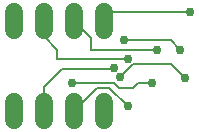
<source format=gbr>
G04 EAGLE Gerber RS-274X export*
G75*
%MOMM*%
%FSLAX34Y34*%
%LPD*%
%INBottom Copper*%
%IPPOS*%
%AMOC8*
5,1,8,0,0,1.08239X$1,22.5*%
G01*
%ADD10C,1.524000*%
%ADD11C,0.152400*%
%ADD12C,0.756400*%


D10*
X23000Y20680D02*
X23000Y35920D01*
X48400Y35920D02*
X48400Y20680D01*
X73800Y20680D02*
X73800Y35920D01*
X99200Y35920D02*
X99200Y20680D01*
X23000Y96880D02*
X23000Y112120D01*
X48400Y112120D02*
X48400Y96880D01*
X73800Y96880D02*
X73800Y112120D01*
X99200Y112120D02*
X99200Y96880D01*
D11*
X48400Y91600D02*
X48400Y104500D01*
X60000Y80000D02*
X60000Y72000D01*
X119419Y72000D01*
X119709Y72291D01*
D12*
X119709Y72291D03*
D11*
X60000Y80000D02*
X48400Y91600D01*
X73800Y104500D02*
X88000Y90300D01*
X88000Y80000D01*
X144000Y80000D01*
D12*
X144000Y80000D03*
D11*
X106700Y112000D02*
X99200Y104500D01*
X106700Y112000D02*
X172000Y112000D01*
D12*
X172000Y112000D03*
X112900Y56900D03*
D11*
X124000Y68000D01*
X156000Y68000D01*
X168000Y56000D01*
D12*
X168000Y56000D03*
D11*
X93500Y48000D02*
X73800Y28300D01*
X104000Y48000D02*
X120000Y32000D01*
D12*
X120000Y32000D03*
D11*
X104000Y48000D02*
X93500Y48000D01*
X48400Y48400D02*
X48400Y28300D01*
X64000Y64000D02*
X108000Y64000D01*
X107574Y64426D01*
D12*
X107574Y64426D03*
D11*
X64000Y64000D02*
X48400Y48400D01*
D12*
X116000Y88000D03*
D11*
X156000Y88000D01*
X164000Y80000D01*
D12*
X164000Y80000D03*
X72000Y52000D03*
D11*
X108000Y52000D01*
X112000Y48000D01*
X124000Y48000D01*
X128000Y52000D01*
X140000Y52000D01*
D12*
X140000Y52000D03*
M02*

</source>
